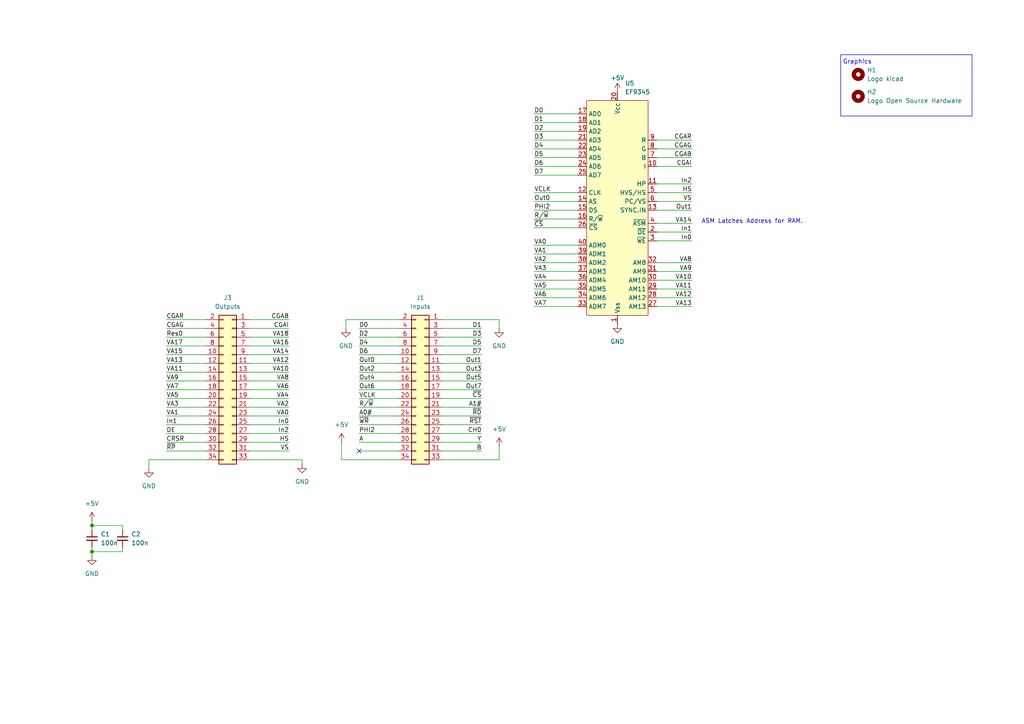
<source format=kicad_sch>
(kicad_sch (version 20231120) (generator "eeschema") (generator_version "8.0")
  (paper "A4")
  (title_block (title "Unicomp v3 - Video Board - EF9345 Adapter") (date "2025-01-28") (rev "v0.1") (company "100% Offner") (comment 1 "v0.1: Initial"))
  (lib_symbols
    (symbol "Connector_Generic:Conn_02x17_Odd_Even" (pin_names (offset 1.016) hide)
      (property "Reference" "J" (at 1.27 22.86 0))
      (property "Value" "Conn_02x17_Odd_Even" (at 1.27 -22.86 0))
      (symbol "Conn_02x17_Odd_Even_1_1"
        (rectangle (start -1.27 -20.193) (end 0 -20.447) (stroke (width 0.1524)))
        (rectangle (start -1.27 -17.653) (end 0 -17.907) (stroke (width 0.1524)))
        (rectangle (start -1.27 -15.113) (end 0 -15.367) (stroke (width 0.1524)))
        (rectangle (start -1.27 -12.573) (end 0 -12.827) (stroke (width 0.1524)))
        (rectangle (start -1.27 -10.033) (end 0 -10.287) (stroke (width 0.1524)))
        (rectangle (start -1.27 -7.493) (end 0 -7.747) (stroke (width 0.1524)))
        (rectangle (start -1.27 -4.953) (end 0 -5.207) (stroke (width 0.1524)))
        (rectangle (start -1.27 -2.413) (end 0 -2.667) (stroke (width 0.1524)))
        (rectangle (start -1.27 0.127) (end 0 -0.127) (stroke (width 0.1524)))
        (rectangle (start -1.27 2.667) (end 0 2.413) (stroke (width 0.1524)))
        (rectangle (start -1.27 5.207) (end 0 4.953) (stroke (width 0.1524)))
        (rectangle (start -1.27 7.747) (end 0 7.493) (stroke (width 0.1524)))
        (rectangle (start -1.27 10.287) (end 0 10.033) (stroke (width 0.1524)))
        (rectangle (start -1.27 12.827) (end 0 12.573) (stroke (width 0.1524)))
        (rectangle (start -1.27 15.367) (end 0 15.113) (stroke (width 0.1524)))
        (rectangle (start -1.27 17.907) (end 0 17.653) (stroke (width 0.1524)))
        (rectangle (start -1.27 20.447) (end 0 20.193) (stroke (width 0.1524)))
        (rectangle (start -1.27 21.59) (end 3.81 -21.59) (stroke (width 0.254)) (fill (type background)))
        (rectangle (start 3.81 -20.193) (end 2.54 -20.447) (stroke (width 0.1524)))
        (rectangle (start 3.81 -17.653) (end 2.54 -17.907) (stroke (width 0.1524)))
        (rectangle (start 3.81 -15.113) (end 2.54 -15.367) (stroke (width 0.1524)))
        (rectangle (start 3.81 -12.573) (end 2.54 -12.827) (stroke (width 0.1524)))
        (rectangle (start 3.81 -10.033) (end 2.54 -10.287) (stroke (width 0.1524)))
        (rectangle (start 3.81 -7.493) (end 2.54 -7.747) (stroke (width 0.1524)))
        (rectangle (start 3.81 -4.953) (end 2.54 -5.207) (stroke (width 0.1524)))
        (rectangle (start 3.81 -2.413) (end 2.54 -2.667) (stroke (width 0.1524)))
        (rectangle (start 3.81 0.127) (end 2.54 -0.127) (stroke (width 0.1524)))
        (rectangle (start 3.81 2.667) (end 2.54 2.413) (stroke (width 0.1524)))
        (rectangle (start 3.81 5.207) (end 2.54 4.953) (stroke (width 0.1524)))
        (rectangle (start 3.81 7.747) (end 2.54 7.493) (stroke (width 0.1524)))
        (rectangle (start 3.81 10.287) (end 2.54 10.033) (stroke (width 0.1524)))
        (rectangle (start 3.81 12.827) (end 2.54 12.573) (stroke (width 0.1524)))
        (rectangle (start 3.81 15.367) (end 2.54 15.113) (stroke (width 0.1524)))
        (rectangle (start 3.81 17.907) (end 2.54 17.653) (stroke (width 0.1524)))
        (rectangle (start 3.81 20.447) (end 2.54 20.193) (stroke (width 0.1524)))
        (pin passive line (at -5.08 20.32 0) (length 3.81) (name "Pin_1") (number "1"))
        (pin passive line (at 7.62 10.16 180) (length 3.81) (name "Pin_10") (number "10"))
        (pin passive line (at -5.08 7.62 0) (length 3.81) (name "Pin_11") (number "11"))
        (pin passive line (at 7.62 7.62 180) (length 3.81) (name "Pin_12") (number "12"))
        (pin passive line (at -5.08 5.08 0) (length 3.81) (name "Pin_13") (number "13"))
        (pin passive line (at 7.62 5.08 180) (length 3.81) (name "Pin_14") (number "14"))
        (pin passive line (at -5.08 2.54 0) (length 3.81) (name "Pin_15") (number "15"))
        (pin passive line (at 7.62 2.54 180) (length 3.81) (name "Pin_16") (number "16"))
        (pin passive line (at -5.08 0 0) (length 3.81) (name "Pin_17") (number "17"))
        (pin passive line (at 7.62 0 180) (length 3.81) (name "Pin_18") (number "18"))
        (pin passive line (at -5.08 -2.54 0) (length 3.81) (name "Pin_19") (number "19"))
        (pin passive line (at 7.62 20.32 180) (length 3.81) (name "Pin_2") (number "2"))
        (pin passive line (at 7.62 -2.54 180) (length 3.81) (name "Pin_20") (number "20"))
        (pin passive line (at -5.08 -5.08 0) (length 3.81) (name "Pin_21") (number "21"))
        (pin passive line (at 7.62 -5.08 180) (length 3.81) (name "Pin_22") (number "22"))
        (pin passive line (at -5.08 -7.62 0) (length 3.81) (name "Pin_23") (number "23"))
        (pin passive line (at 7.62 -7.62 180) (length 3.81) (name "Pin_24") (number "24"))
        (pin passive line (at -5.08 -10.16 0) (length 3.81) (name "Pin_25") (number "25"))
        (pin passive line (at 7.62 -10.16 180) (length 3.81) (name "Pin_26") (number "26"))
        (pin passive line (at -5.08 -12.7 0) (length 3.81) (name "Pin_27") (number "27"))
        (pin passive line (at 7.62 -12.7 180) (length 3.81) (name "Pin_28") (number "28"))
        (pin passive line (at -5.08 -15.24 0) (length 3.81) (name "Pin_29") (number "29"))
        (pin passive line (at -5.08 17.78 0) (length 3.81) (name "Pin_3") (number "3"))
        (pin passive line (at 7.62 -15.24 180) (length 3.81) (name "Pin_30") (number "30"))
        (pin passive line (at -5.08 -17.78 0) (length 3.81) (name "Pin_31") (number "31"))
        (pin passive line (at 7.62 -17.78 180) (length 3.81) (name "Pin_32") (number "32"))
        (pin passive line (at -5.08 -20.32 0) (length 3.81) (name "Pin_33") (number "33"))
        (pin passive line (at 7.62 -20.32 180) (length 3.81) (name "Pin_34") (number "34"))
        (pin passive line (at 7.62 17.78 180) (length 3.81) (name "Pin_4") (number "4"))
        (pin passive line (at -5.08 15.24 0) (length 3.81) (name "Pin_5") (number "5"))
        (pin passive line (at 7.62 15.24 180) (length 3.81) (name "Pin_6") (number "6"))
        (pin passive line (at -5.08 12.7 0) (length 3.81) (name "Pin_7") (number "7"))
        (pin passive line (at 7.62 12.7 180) (length 3.81) (name "Pin_8") (number "8"))
        (pin passive line (at -5.08 10.16 0) (length 3.81) (name "Pin_9") (number "9"))
      )
    )
    (symbol "Device:C_Small" (pin_numbers hide) (pin_names (offset 0.254) hide)
      (property "Reference" "C" (at 0.254 1.778 0))
      (property "Value" "C_Small" (at 0.254 -2.032 0))
      (symbol "C_Small_0_1"
        (polyline (pts (xy -1.524 -0.508) (xy 1.524 -0.508)) (stroke (width 0.3302)))
        (polyline (pts (xy -1.524 0.508) (xy 1.524 0.508)) (stroke (width 0.3048)))
      )
      (symbol "C_Small_1_1"
        (pin passive line (at 0 2.54 270) (length 2.032) (name "~") (number "1"))
        (pin passive line (at 0 -2.54 90) (length 2.032) (name "~") (number "2"))
      )
    )
    (symbol "Mechanical:MountingHole" (pin_names (offset 1.016)) (exclude_from_sim yes) (in_bom no)
      (property "Reference" "H" (at 0 5.08 0))
      (property "Value" "MountingHole" (at 0 3.175 0))
      (symbol "MountingHole_0_1"
        (circle (center 0 0) (radius 1.27) (stroke (width 1.27)))
      )
    )
    (symbol "my_ics_new:EF9345"
      (property "Reference" "U4" (at 2.0194 35.399 0))
      (property "Value" "EF9345" (at 2.0194 32.8621 0))
      (symbol "EF9345_1_1"
        (rectangle (start -8.89 31.75) (end 8.89 -30.48) (stroke (width 0.1524)) (fill (type background)))
        (pin power_in line (at 0 -33.02 90) (length 2.54) (name "Vss") (number "1"))
        (pin output line (at 11.43 12.7 180) (length 2.54) (name "I") (number "10"))
        (pin output line (at 11.43 7.62 180) (length 2.54) (name "HP") (number "11"))
        (pin input line (at -11.43 5.08 0) (length 2.54) (name "CLK") (number "12"))
        (pin input line (at 11.43 0 180) (length 2.54) (name "SYNC.IN") (number "13"))
        (pin input line (at -11.43 2.54 0) (length 2.54) (name "AS") (number "14"))
        (pin input line (at -11.43 0 0) (length 2.54) (name "DS") (number "15"))
        (pin input line (at -11.43 -2.54 0) (length 2.54) (name "R/~{W}") (number "16"))
        (pin bidirectional line (at -11.43 27.94 0) (length 2.54) (name "AD0") (number "17"))
        (pin bidirectional line (at -11.43 25.4 0) (length 2.54) (name "AD1") (number "18"))
        (pin bidirectional line (at -11.43 22.86 0) (length 2.54) (name "AD2") (number "19"))
        (pin output line (at 11.43 -6.35 180) (length 2.54) (name "~{OE}") (number "2"))
        (pin power_in line (at 0 34.29 270) (length 2.54) (name "Vcc") (number "20"))
        (pin bidirectional line (at -11.43 20.32 0) (length 2.54) (name "AD3") (number "21"))
        (pin bidirectional line (at -11.43 17.78 0) (length 2.54) (name "AD4") (number "22"))
        (pin bidirectional line (at -11.43 15.24 0) (length 2.54) (name "AD5") (number "23"))
        (pin bidirectional line (at -11.43 12.7 0) (length 2.54) (name "AD6") (number "24"))
        (pin bidirectional line (at -11.43 10.16 0) (length 2.54) (name "AD7") (number "25"))
        (pin input line (at -11.43 -5.08 0) (length 2.54) (name "~{CS}") (number "26"))
        (pin output line (at 11.43 -27.94 180) (length 2.54) (name "AM13") (number "27"))
        (pin output line (at 11.43 -25.4 180) (length 2.54) (name "AM12") (number "28"))
        (pin output line (at 11.43 -22.86 180) (length 2.54) (name "AM11") (number "29"))
        (pin output line (at 11.43 -8.89 180) (length 2.54) (name "~{WE}") (number "3"))
        (pin output line (at 11.43 -20.32 180) (length 2.54) (name "AM10") (number "30"))
        (pin output line (at 11.43 -17.78 180) (length 2.54) (name "AM9") (number "31"))
        (pin output line (at 11.43 -15.24 180) (length 2.54) (name "AM8") (number "32"))
        (pin bidirectional line (at -11.43 -27.94 0) (length 2.54) (name "ADM7") (number "33"))
        (pin bidirectional line (at -11.43 -25.4 0) (length 2.54) (name "ADM6") (number "34"))
        (pin bidirectional line (at -11.43 -22.86 0) (length 2.54) (name "ADM5") (number "35"))
        (pin bidirectional line (at -11.43 -20.32 0) (length 2.54) (name "ADM4") (number "36"))
        (pin bidirectional line (at -11.43 -17.78 0) (length 2.54) (name "ADM3") (number "37"))
        (pin bidirectional line (at -11.43 -15.24 0) (length 2.54) (name "ADM2") (number "38"))
        (pin bidirectional line (at -11.43 -12.7 0) (length 2.54) (name "ADM1") (number "39"))
        (pin output line (at 11.43 -3.81 180) (length 2.54) (name "~{ASM}") (number "4"))
        (pin bidirectional line (at -11.43 -10.16 0) (length 2.54) (name "ADM0") (number "40"))
        (pin output line (at 11.43 5.08 180) (length 2.54) (name "HVS/HS") (number "5"))
        (pin output line (at 11.43 2.54 180) (length 2.54) (name "PC/VS") (number "6"))
        (pin output line (at 11.43 15.24 180) (length 2.54) (name "B") (number "7"))
        (pin output line (at 11.43 17.78 180) (length 2.54) (name "G") (number "8"))
        (pin output line (at 11.43 20.32 180) (length 2.54) (name "R") (number "9"))
      )
    )
    (symbol "power:+5V" (power) (pin_numbers hide) (pin_names (offset 0) hide)
      (property "Value" "+5V" (at 0 3.556 0))
      (symbol "+5V_0_1"
        (polyline (pts (xy -0.762 1.27) (xy 0 2.54)))
        (polyline (pts (xy 0 0) (xy 0 2.54)))
        (polyline (pts (xy 0 2.54) (xy 0.762 1.27)))
      )
      (symbol "+5V_1_1"
        (pin power_in line (at 0 0 90) (length 0) (name "~") (number "1"))
      )
    )
    (symbol "power:GND" (power) (pin_numbers hide) (pin_names (offset 0) hide)
      (property "Value" "GND" (at 0 -3.81 0))
      (symbol "GND_0_1"
        (polyline (pts (xy 0 0) (xy 0 -1.27) (xy 1.27 -1.27) (xy 0 -2.54) (xy -1.27 -1.27) (xy 0 -1.27)))
      )
      (symbol "GND_1_1"
        (pin power_in line (at 0 0 270) (length 0) (name "~") (number "1"))
      )
    )
  )
  (junction (at 26.67 160.02))
  (junction (at 26.67 152.4))
  (no_connect (at 104.14 130.81))
  (wire (pts (xy 154.94 40.64) (xy 167.64 40.64)))
  (wire (pts (xy 190.5 81.28) (xy 200.66 81.28)))
  (wire (pts (xy 72.39 100.33) (xy 83.82 100.33)))
  (wire (pts (xy 104.14 110.49) (xy 115.57 110.49)))
  (wire (pts (xy 104.14 118.11) (xy 115.57 118.11)))
  (wire (pts (xy 190.5 55.88) (xy 200.66 55.88)))
  (wire (pts (xy 154.94 88.9) (xy 167.64 88.9)))
  (wire (pts (xy 87.63 134.62) (xy 87.63 133.35)))
  (wire (pts (xy 154.94 83.82) (xy 167.64 83.82)))
  (wire (pts (xy 72.39 125.73) (xy 83.82 125.73)))
  (wire (pts (xy 154.94 81.28) (xy 167.64 81.28)))
  (wire (pts (xy 48.26 97.79) (xy 59.69 97.79)))
  (wire (pts (xy 154.94 66.04) (xy 167.64 66.04)))
  (wire (pts (xy 48.26 102.87) (xy 59.69 102.87)))
  (wire (pts (xy 104.14 130.81) (xy 115.57 130.81)))
  (wire (pts (xy 72.39 130.81) (xy 83.82 130.81)))
  (wire (pts (xy 128.27 123.19) (xy 139.7 123.19)))
  (wire (pts (xy 72.39 120.65) (xy 83.82 120.65)))
  (wire (pts (xy 144.78 129.54) (xy 144.78 133.35)))
  (wire (pts (xy 154.94 55.88) (xy 167.64 55.88)))
  (wire (pts (xy 43.18 135.89) (xy 43.18 133.35)))
  (wire (pts (xy 190.5 76.2) (xy 200.66 76.2)))
  (wire (pts (xy 104.14 128.27) (xy 115.57 128.27)))
  (wire (pts (xy 100.33 95.25) (xy 100.33 92.71)))
  (wire (pts (xy 48.26 113.03) (xy 59.69 113.03)))
  (wire (pts (xy 104.14 123.19) (xy 115.57 123.19)))
  (wire (pts (xy 154.94 35.56) (xy 167.64 35.56)))
  (wire (pts (xy 72.39 102.87) (xy 83.82 102.87)))
  (wire (pts (xy 190.5 48.26) (xy 200.66 48.26)))
  (wire (pts (xy 104.14 97.79) (xy 115.57 97.79)))
  (wire (pts (xy 128.27 128.27) (xy 139.7 128.27)))
  (wire (pts (xy 99.06 133.35) (xy 115.57 133.35)))
  (wire (pts (xy 72.39 107.95) (xy 83.82 107.95)))
  (wire (pts (xy 190.5 40.64) (xy 200.66 40.64)))
  (wire (pts (xy 128.27 133.35) (xy 144.78 133.35)))
  (wire (pts (xy 26.67 152.4) (xy 26.67 153.67)))
  (wire (pts (xy 128.27 115.57) (xy 139.7 115.57)))
  (wire (pts (xy 26.67 151.13) (xy 26.67 152.4)))
  (wire (pts (xy 128.27 100.33) (xy 139.7 100.33)))
  (wire (pts (xy 72.39 115.57) (xy 83.82 115.57)))
  (wire (pts (xy 72.39 123.19) (xy 83.82 123.19)))
  (wire (pts (xy 104.14 125.73) (xy 115.57 125.73)))
  (wire (pts (xy 154.94 76.2) (xy 167.64 76.2)))
  (wire (pts (xy 48.26 123.19) (xy 59.69 123.19)))
  (wire (pts (xy 190.5 86.36) (xy 200.66 86.36)))
  (wire (pts (xy 48.26 110.49) (xy 59.69 110.49)))
  (wire (pts (xy 154.94 50.8) (xy 167.64 50.8)))
  (wire (pts (xy 48.26 115.57) (xy 59.69 115.57)))
  (wire (pts (xy 154.94 33.02) (xy 167.64 33.02)))
  (wire (pts (xy 48.26 125.73) (xy 59.69 125.73)))
  (wire (pts (xy 154.94 63.5) (xy 167.64 63.5)))
  (wire (pts (xy 104.14 107.95) (xy 115.57 107.95)))
  (wire (pts (xy 48.26 118.11) (xy 59.69 118.11)))
  (wire (pts (xy 99.06 128.27) (xy 99.06 133.35)))
  (wire (pts (xy 26.67 152.4) (xy 35.56 152.4)))
  (wire (pts (xy 104.14 102.87) (xy 115.57 102.87)))
  (wire (pts (xy 128.27 107.95) (xy 139.7 107.95)))
  (wire (pts (xy 190.5 53.34) (xy 200.66 53.34)))
  (wire (pts (xy 190.5 83.82) (xy 200.66 83.82)))
  (wire (pts (xy 128.27 95.25) (xy 139.7 95.25)))
  (wire (pts (xy 72.39 97.79) (xy 83.82 97.79)))
  (wire (pts (xy 128.27 97.79) (xy 139.7 97.79)))
  (wire (pts (xy 190.5 60.96) (xy 200.66 60.96)))
  (wire (pts (xy 128.27 118.11) (xy 139.7 118.11)))
  (wire (pts (xy 104.14 95.25) (xy 115.57 95.25)))
  (wire (pts (xy 128.27 120.65) (xy 139.7 120.65)))
  (wire (pts (xy 72.39 128.27) (xy 83.82 128.27)))
  (wire (pts (xy 128.27 92.71) (xy 144.78 92.71)))
  (wire (pts (xy 43.18 133.35) (xy 59.69 133.35)))
  (wire (pts (xy 128.27 105.41) (xy 139.7 105.41)))
  (wire (pts (xy 128.27 125.73) (xy 139.7 125.73)))
  (wire (pts (xy 128.27 102.87) (xy 139.7 102.87)))
  (wire (pts (xy 72.39 110.49) (xy 83.82 110.49)))
  (wire (pts (xy 128.27 130.81) (xy 139.7 130.81)))
  (wire (pts (xy 190.5 58.42) (xy 200.66 58.42)))
  (wire (pts (xy 48.26 105.41) (xy 59.69 105.41)))
  (wire (pts (xy 48.26 130.81) (xy 59.69 130.81)))
  (wire (pts (xy 154.94 86.36) (xy 167.64 86.36)))
  (wire (pts (xy 72.39 118.11) (xy 83.82 118.11)))
  (wire (pts (xy 154.94 38.1) (xy 167.64 38.1)))
  (wire (pts (xy 48.26 107.95) (xy 59.69 107.95)))
  (wire (pts (xy 72.39 133.35) (xy 87.63 133.35)))
  (wire (pts (xy 104.14 105.41) (xy 115.57 105.41)))
  (wire (pts (xy 128.27 113.03) (xy 139.7 113.03)))
  (wire (pts (xy 144.78 92.71) (xy 144.78 95.25)))
  (wire (pts (xy 35.56 158.75) (xy 35.56 160.02)))
  (wire (pts (xy 48.26 92.71) (xy 59.69 92.71)))
  (wire (pts (xy 104.14 113.03) (xy 115.57 113.03)))
  (wire (pts (xy 104.14 120.65) (xy 115.57 120.65)))
  (wire (pts (xy 190.5 78.74) (xy 200.66 78.74)))
  (wire (pts (xy 72.39 95.25) (xy 83.82 95.25)))
  (wire (pts (xy 48.26 95.25) (xy 59.69 95.25)))
  (wire (pts (xy 128.27 110.49) (xy 139.7 110.49)))
  (wire (pts (xy 154.94 58.42) (xy 167.64 58.42)))
  (wire (pts (xy 72.39 113.03) (xy 83.82 113.03)))
  (wire (pts (xy 154.94 71.12) (xy 167.64 71.12)))
  (wire (pts (xy 154.94 48.26) (xy 167.64 48.26)))
  (wire (pts (xy 104.14 100.33) (xy 115.57 100.33)))
  (wire (pts (xy 190.5 67.31) (xy 200.66 67.31)))
  (wire (pts (xy 154.94 45.72) (xy 167.64 45.72)))
  (wire (pts (xy 48.26 128.27) (xy 59.69 128.27)))
  (wire (pts (xy 154.94 60.96) (xy 167.64 60.96)))
  (wire (pts (xy 154.94 73.66) (xy 167.64 73.66)))
  (wire (pts (xy 190.5 69.85) (xy 200.66 69.85)))
  (wire (pts (xy 100.33 92.71) (xy 115.57 92.71)))
  (wire (pts (xy 190.5 64.77) (xy 200.66 64.77)))
  (wire (pts (xy 104.14 115.57) (xy 115.57 115.57)))
  (wire (pts (xy 190.5 43.18) (xy 200.66 43.18)))
  (wire (pts (xy 35.56 153.67) (xy 35.56 152.4)))
  (wire (pts (xy 154.94 43.18) (xy 167.64 43.18)))
  (wire (pts (xy 72.39 92.71) (xy 83.82 92.71)))
  (wire (pts (xy 26.67 161.29) (xy 26.67 160.02)))
  (wire (pts (xy 26.67 160.02) (xy 26.67 158.75)))
  (wire (pts (xy 48.26 120.65) (xy 59.69 120.65)))
  (wire (pts (xy 190.5 88.9) (xy 200.66 88.9)))
  (wire (pts (xy 154.94 78.74) (xy 167.64 78.74)))
  (wire (pts (xy 72.39 105.41) (xy 83.82 105.41)))
  (wire (pts (xy 26.67 160.02) (xy 35.56 160.02)))
  (wire (pts (xy 48.26 100.33) (xy 59.69 100.33)))
  (wire (pts (xy 190.5 45.72) (xy 200.66 45.72)))
  (rectangle (start 243.84 15.875) (end 281.94 33.655))
  (text "Graphics" (at 248.666 18.034 0) (effects (font (size 1.27 1.27))))
  (text "ASM Latches Address for RAM." (at 218.186 64.262 0) (effects (font (size 1.27 1.27))))
  (label "~{CS}" (at 154.94 66.04 0))
  (label "D1" (at 154.94 35.56 0))
  (label "VA12" (at 200.66 86.36 180))
  (label "CGAI" (at 83.82 95.25 180))
  (label "VCLK" (at 104.14 115.57 0))
  (label "D5" (at 139.7 100.33 180))
  (label "Out0" (at 154.94 58.42 0))
  (label "VA3" (at 48.26 118.11 0))
  (label "VA11" (at 200.66 83.82 180))
  (label "D1" (at 139.7 95.25 180))
  (label "VA1" (at 48.26 120.65 0))
  (label "A0#" (at 104.14 120.65 0))
  (label "In2" (at 200.66 53.34 180))
  (label "D2" (at 154.94 38.1 0))
  (label "VA9" (at 200.66 78.74 180))
  (label "VA10" (at 200.66 81.28 180))
  (label "PHI2" (at 104.14 125.73 0))
  (label "In0" (at 200.66 69.85 180))
  (label "VA15" (at 48.26 102.87 0))
  (label "PHI2" (at 154.94 60.96 0))
  (label "CGAI" (at 200.66 48.26 180))
  (label "A" (at 104.14 128.27 0))
  (label "Out1" (at 200.66 60.96 180))
  (label "VA16" (at 83.82 100.33 180))
  (label "VA0" (at 83.82 120.65 180))
  (label "VA6" (at 154.94 86.36 0))
  (label "DE" (at 48.26 125.73 0))
  (label "Out7" (at 139.7 113.03 180))
  (label "HS" (at 200.66 55.88 180))
  (label "VA4" (at 154.94 81.28 0))
  (label "~{CS}" (at 139.7 115.57 180))
  (label "A1#" (at 139.7 118.11 180))
  (label "CGAR" (at 200.66 40.64 180))
  (label "Out2" (at 104.14 107.95 0))
  (label "VA0" (at 154.94 71.12 0))
  (label "VA7" (at 48.26 113.03 0))
  (label "Y" (at 139.7 128.27 180))
  (label "In0" (at 83.82 123.19 180))
  (label "CRSR" (at 48.26 128.27 0))
  (label "VA14" (at 200.66 64.77 180))
  (label "D4" (at 104.14 100.33 0))
  (label "VA18" (at 83.82 97.79 180))
  (label "D3" (at 154.94 40.64 0))
  (label "D7" (at 139.7 102.87 180))
  (label "Res0" (at 48.26 97.79 0))
  (label "CGAG" (at 200.66 43.18 180))
  (label "D0" (at 154.94 33.02 0))
  (label "D0" (at 104.14 95.25 0))
  (label "D6" (at 154.94 48.26 0))
  (label "VA6" (at 83.82 113.03 180))
  (label "VA7" (at 154.94 88.9 0))
  (label "R{slash}~{W}" (at 104.14 118.11 0))
  (label "CGAR" (at 48.26 92.71 0))
  (label "VA13" (at 200.66 88.9 180))
  (label "VA8" (at 83.82 110.49 180))
  (label "VA5" (at 154.94 83.82 0))
  (label "~{RST}" (at 139.7 123.19 180))
  (label "CGAG" (at 48.26 95.25 0))
  (label "Out1" (at 139.7 105.41 180))
  (label "VA5" (at 48.26 115.57 0))
  (label "Out4" (at 104.14 110.49 0))
  (label "In1" (at 48.26 123.19 0))
  (label "VCLK" (at 154.94 55.88 0))
  (label "VA8" (at 200.66 76.2 180))
  (label "~{RP}" (at 48.26 130.81 0))
  (label "VA11" (at 48.26 107.95 0))
  (label "Out3" (at 139.7 107.95 180))
  (label "B" (at 139.7 130.81 180))
  (label "D6" (at 104.14 102.87 0))
  (label "D3" (at 139.7 97.79 180))
  (label "VA12" (at 83.82 105.41 180))
  (label "CH0" (at 139.7 125.73 180))
  (label "VA14" (at 83.82 102.87 180))
  (label "R{slash}~{W}" (at 154.94 63.5 0))
  (label "In1" (at 200.66 67.31 180))
  (label "HS" (at 83.82 128.27 180))
  (label "VS" (at 83.82 130.81 180))
  (label "~{RD}" (at 139.7 120.65 180))
  (label "D7" (at 154.94 50.8 0))
  (label "VA9" (at 48.26 110.49 0))
  (label "Out0" (at 104.14 105.41 0))
  (label "In2" (at 83.82 125.73 180))
  (label "VA4" (at 83.82 115.57 180))
  (label "VA10" (at 83.82 107.95 180))
  (label "VS" (at 200.66 58.42 180))
  (label "VA13" (at 48.26 105.41 0))
  (label "Out6" (at 104.14 113.03 0))
  (label "CGAB" (at 200.66 45.72 180))
  (label "~{WR}" (at 104.14 123.19 0))
  (label "CGAB" (at 83.82 92.71 180))
  (label "VA1" (at 154.94 73.66 0))
  (label "VA2" (at 83.82 118.11 180))
  (label "VA3" (at 154.94 78.74 0))
  (label "D5" (at 154.94 45.72 0))
  (label "D2" (at 104.14 97.79 0))
  (label "Out5" (at 139.7 110.49 180))
  (label "VA2" (at 154.94 76.2 0))
  (label "VA17" (at 48.26 100.33 0))
  (label "D4" (at 154.94 43.18 0))
  (symbol (lib_id "power:+5V") (at 144.78 129.54 0) (unit 1)
    (property "Reference" "#PWR024" (effects (hide yes)))
    (property "Value" "+5V" (at 144.78 124.46 0))
    (property "Description" "Power symbol creates a global label with name \"+5V\"" (effects (hide yes)))
  )
  (symbol (lib_id "power:+5V") (at 26.67 151.13 0) (unit 1)
    (property "Reference" "#PWR04" (effects (hide yes)))
    (property "Value" "+5V" (at 26.67 146.05 0))
    (property "Description" "Power symbol creates a global label with name \"+5V\"" (effects (hide yes)))
  )
  (symbol (lib_id "Device:C_Small") (at 35.56 156.21 0) (unit 1)
    (property "Reference" "C2" (at 38.1 154.9462 0) (effects (justify left)))
    (property "Value" "100n" (at 38.1 157.4862 0) (effects (justify left)))
    (property "Footprint" "Capacitor_SMD:C_1206_3216Metric_Pad1.33x1.80mm_HandSolder" (effects (hide yes)))
    (property "Description" "Unpolarized capacitor, small symbol" (effects (hide yes)))
  )
  (symbol (lib_id "Mechanical:MountingHole") (at 248.92 27.94 0) (unit 1) (exclude_from_sim yes) (in_bom no)
    (property "Reference" "H2" (at 251.46 26.6699 0) (effects (justify left)))
    (property "Value" "Logo Open Source Hardware" (at 251.46 29.2099 0) (effects (justify left)))
    (property "Footprint" "Symbol:OSHW-Logo2_7.3x6mm_SilkScreen" (effects (hide yes)))
    (property "Description" "Mounting Hole without connection" (effects (hide yes)))
  )
  (symbol (lib_id "power:GND") (at 179.07 93.98 0) (unit 1)
    (property "Reference" "#PWR05" (effects (hide yes)))
    (property "Value" "GND" (at 179.07 99.06 0))
    (property "Description" "Power symbol creates a global label with name \"GND\" , ground" (effects (hide yes)))
  )
  (symbol (lib_id "power:GND") (at 43.18 135.89 0) (unit 1)
    (property "Reference" "#PWR01" (effects (hide yes)))
    (property "Value" "GND" (at 43.18 140.97 0))
    (property "Description" "Power symbol creates a global label with name \"GND\" , ground" (effects (hide yes)))
  )
  (symbol (lib_id "power:+5V") (at 99.06 128.27 0) (unit 1)
    (property "Reference" "#PWR021" (effects (hide yes)))
    (property "Value" "+5V" (at 99.06 123.19 0))
    (property "Description" "Power symbol creates a global label with name \"+5V\"" (effects (hide yes)))
  )
  (symbol (lib_id "Connector_Generic:Conn_02x17_Odd_Even") (at 123.19 113.03 0) (mirror y) (unit 1)
    (property "Reference" "J1" (at 121.92 86.36 0))
    (property "Value" "Inputs" (at 121.92 88.9 0))
    (property "Footprint" "Connector_PinHeader_2.54mm:PinHeader_2x17_P2.54mm_Vertical" (effects (hide yes)))
    (property "Description" "Generic connector, double row, 02x17, odd/even pin numbering scheme (row 1 odd numbers, row 2 even numbers), script generated (kicad-library-utils/schlib/autogen/connector/)" (effects (hide yes)))
  )
  (symbol (lib_id "my_ics_new:EF9345") (at 179.07 60.96 0) (unit 1)
    (property "Reference" "U5" (at 181.2641 24.13 0) (effects (justify left)))
    (property "Value" "EF9345" (at 181.2641 26.67 0) (effects (justify left)))
    (property "Footprint" "Package_DIP:DIP-40_W15.24mm_Socket" (effects (hide yes)))
  )
  (symbol (lib_id "Mechanical:MountingHole") (at 248.92 21.59 0) (unit 1) (exclude_from_sim yes) (in_bom no)
    (property "Reference" "H1" (at 251.46 20.3199 0) (effects (justify left)))
    (property "Value" "Logo kicad" (at 251.46 22.8599 0) (effects (justify left)))
    (property "Footprint" "Symbol:KiCad-Logo2_6mm_SilkScreen" (effects (hide yes)))
    (property "Description" "Mounting Hole without connection" (effects (hide yes)))
  )
  (symbol (lib_id "power:GND") (at 144.78 95.25 0) (unit 1)
    (property "Reference" "#PWR023" (effects (hide yes)))
    (property "Value" "GND" (at 144.78 100.33 0))
    (property "Description" "Power symbol creates a global label with name \"GND\" , ground" (effects (hide yes)))
  )
  (symbol (lib_id "power:GND") (at 100.33 95.25 0) (unit 1)
    (property "Reference" "#PWR022" (effects (hide yes)))
    (property "Value" "GND" (at 100.33 100.33 0))
    (property "Description" "Power symbol creates a global label with name \"GND\" , ground" (effects (hide yes)))
  )
  (symbol (lib_id "power:+5V") (at 179.07 26.67 0) (unit 1)
    (property "Reference" "#PWR017" (effects (hide yes)))
    (property "Value" "+5V" (at 179.07 22.606 0))
    (property "Description" "Power symbol creates a global label with name \"+5V\"" (effects (hide yes)))
  )
  (symbol (lib_id "Connector_Generic:Conn_02x17_Odd_Even") (at 67.31 113.03 0) (mirror y) (unit 1)
    (property "Reference" "J3" (at 66.04 86.36 0))
    (property "Value" "Outputs" (at 66.04 88.9 0))
    (property "Footprint" "Connector_PinHeader_2.54mm:PinHeader_2x17_P2.54mm_Vertical" (effects (hide yes)))
    (property "Description" "Generic connector, double row, 02x17, odd/even pin numbering scheme (row 1 odd numbers, row 2 even numbers), script generated (kicad-library-utils/schlib/autogen/connector/)" (effects (hide yes)))
  )
  (symbol (lib_id "power:GND") (at 26.67 161.29 0) (unit 1)
    (property "Reference" "#PWR03" (effects (hide yes)))
    (property "Value" "GND" (at 26.67 166.37 0))
    (property "Description" "Power symbol creates a global label with name \"GND\" , ground" (effects (hide yes)))
  )
  (symbol (lib_id "Device:C_Small") (at 26.67 156.21 0) (unit 1)
    (property "Reference" "C1" (at 29.21 154.9462 0) (effects (justify left)))
    (property "Value" "100n" (at 29.21 157.4862 0) (effects (justify left)))
    (property "Footprint" "Capacitor_SMD:C_1206_3216Metric_Pad1.33x1.80mm_HandSolder" (effects (hide yes)))
    (property "Description" "Unpolarized capacitor, small symbol" (effects (hide yes)))
  )
  (symbol (lib_id "power:GND") (at 87.63 134.62 0) (unit 1)
    (property "Reference" "#PWR02" (effects (hide yes)))
    (property "Value" "GND" (at 87.63 139.7 0))
    (property "Description" "Power symbol creates a global label with name \"GND\" , ground" (effects (hide yes)))
  )
)
</source>
